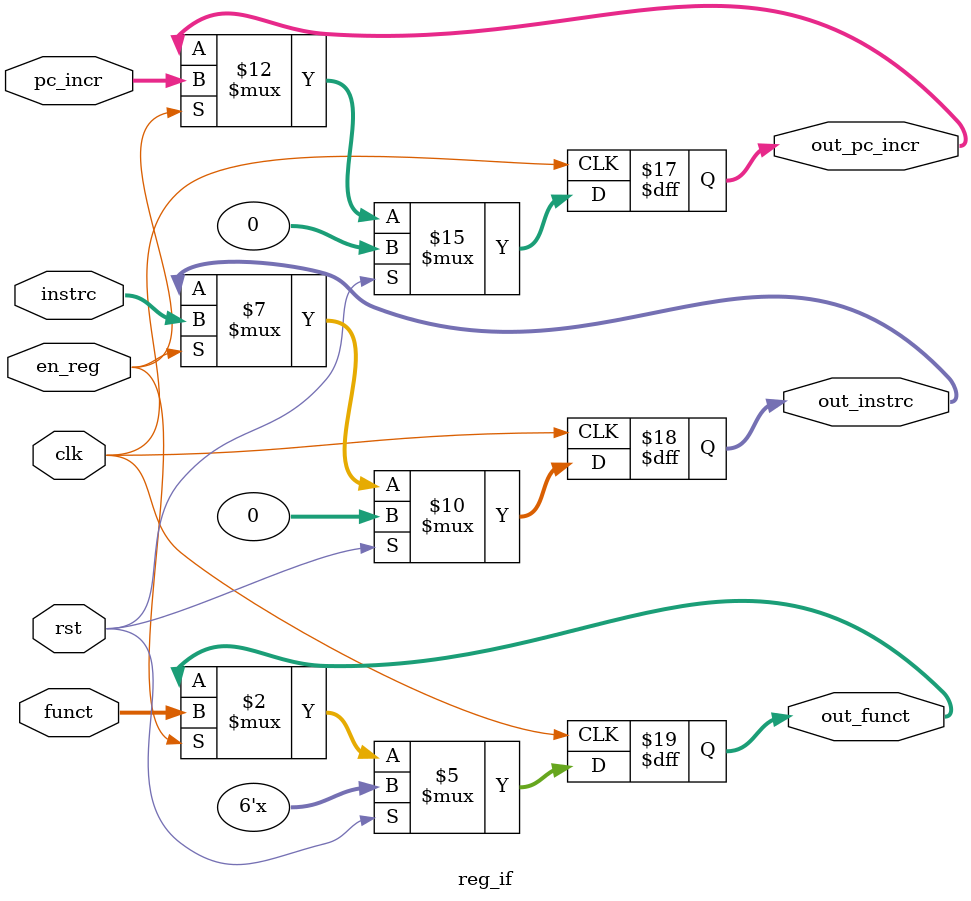
<source format=v>
/*
	Title: 32-Bit Register with Synchronous Reset
	Editor: Selene (Computer System and Architecture Lab, ICE, CYCU)
	
	Input Port
		1. clk
		2. rst: ­«¸m°T¸¹
		3. en_reg: ±±¨î¼È¦s¾¹¬O§_¥i¼g¤J
		4. d_in: ±ý¼g¤Jªº¼È¦s¾¹¸ê®Æ
	Output Port
		1. d_out: ©ÒÅª¨úªº¼È¦s¾¹¸ê®Æ
*/
module reg_if( clk, rst, en_reg, pc_incr, instrc, funct, out_pc_incr, out_instrc, out_funct ) ;
  input clk, rst, en_reg ;
  input [5:0] funct ;
  input [31:0] pc_incr, instrc ;
  
  output [31:0] out_pc_incr, out_instrc ;
  output [5:0] out_funct ;
  reg [31:0] out_pc_incr, out_instrc ;
  reg [5:0] out_funct ;
  
  always @( posedge clk ) begin
        if ( rst ) begin
		    out_pc_incr <= 32'b0;
			out_instrc <= 32'b0 ;
			out_funct <= 6'bx ;
		end
        else if ( en_reg ) begin
			out_pc_incr <= pc_incr;
			out_instrc <= instrc ;
			out_funct <= funct ;
		end
    end

endmodule
</source>
